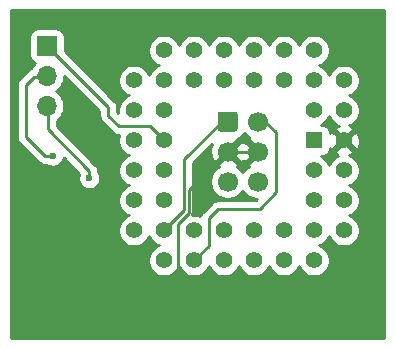
<source format=gbl>
%TF.GenerationSoftware,KiCad,Pcbnew,5.1.9+dfsg1-1+deb11u1*%
%TF.CreationDate,2022-12-07T12:34:55+01:00*%
%TF.ProjectId,A600MPU-Adapter,41363030-4d50-4552-9d41-646170746572,2.0*%
%TF.SameCoordinates,Original*%
%TF.FileFunction,Copper,L2,Bot*%
%TF.FilePolarity,Positive*%
%FSLAX46Y46*%
G04 Gerber Fmt 4.6, Leading zero omitted, Abs format (unit mm)*
G04 Created by KiCad (PCBNEW 5.1.9+dfsg1-1+deb11u1) date 2022-12-07 12:34:55*
%MOMM*%
%LPD*%
G01*
G04 APERTURE LIST*
%TA.AperFunction,ComponentPad*%
%ADD10O,1.700000X1.700000*%
%TD*%
%TA.AperFunction,ComponentPad*%
%ADD11R,1.700000X1.700000*%
%TD*%
%TA.AperFunction,ComponentPad*%
%ADD12C,1.700000*%
%TD*%
%TA.AperFunction,ComponentPad*%
%ADD13R,1.422400X1.422400*%
%TD*%
%TA.AperFunction,ComponentPad*%
%ADD14C,1.422400*%
%TD*%
%TA.AperFunction,ViaPad*%
%ADD15C,0.600000*%
%TD*%
%TA.AperFunction,Conductor*%
%ADD16C,0.250000*%
%TD*%
%TA.AperFunction,Conductor*%
%ADD17C,0.254000*%
%TD*%
%TA.AperFunction,Conductor*%
%ADD18C,0.100000*%
%TD*%
G04 APERTURE END LIST*
D10*
%TO.P,P2,3*%
%TO.N,~TRESET*%
X146000000Y-100280000D03*
%TO.P,P2,2*%
%TO.N,KBD_RESET*%
X146000000Y-97740000D03*
D11*
%TO.P,P2,1*%
%TO.N,~RST*%
X146000000Y-95200000D03*
%TD*%
D12*
%TO.P,P1,6*%
%TO.N,VCC*%
X163840000Y-106680000D03*
%TO.P,P1,4*%
%TO.N,GND*%
X163840000Y-104140000D03*
%TO.P,P1,2*%
%TO.N,KBD_DATA*%
X163840000Y-101600000D03*
%TO.P,P1,5*%
%TO.N,KBD_RESET*%
X161300000Y-106680000D03*
%TO.P,P1,3*%
%TO.N,GND*%
X161300000Y-104140000D03*
%TO.P,P1,1*%
%TO.N,KBD_CLOCK*%
%TA.AperFunction,ComponentPad*%
G36*
G01*
X160450000Y-102200000D02*
X160450000Y-101000000D01*
G75*
G02*
X160700000Y-100750000I250000J0D01*
G01*
X161900000Y-100750000D01*
G75*
G02*
X162150000Y-101000000I0J-250000D01*
G01*
X162150000Y-102200000D01*
G75*
G02*
X161900000Y-102450000I-250000J0D01*
G01*
X160700000Y-102450000D01*
G75*
G02*
X160450000Y-102200000I0J250000D01*
G01*
G37*
%TD.AperFunction*%
%TD*%
D13*
%TO.P,U1,1*%
%TO.N,N/C*%
X168600000Y-103200000D03*
D14*
%TO.P,U1,3*%
X168600000Y-105740000D03*
%TO.P,U1,5*%
X168600000Y-108280000D03*
%TO.P,U1,43*%
X168600000Y-100660000D03*
%TO.P,U1,41*%
X168600000Y-98120000D03*
%TO.P,U1,2*%
X171140000Y-105740000D03*
%TO.P,U1,4*%
X171140000Y-108280000D03*
%TO.P,U1,6*%
X171140000Y-110820000D03*
%TO.P,U1,44*%
%TO.N,GND*%
X171140000Y-103200000D03*
%TO.P,U1,42*%
%TO.N,N/C*%
X171140000Y-100660000D03*
%TO.P,U1,8*%
X168600000Y-110820000D03*
%TO.P,U1,10*%
X166060000Y-110820000D03*
%TO.P,U1,12*%
X163520000Y-110820000D03*
%TO.P,U1,14*%
%TO.N,VCC*%
X160980000Y-110820000D03*
%TO.P,U1,16*%
%TO.N,~TRESET*%
X158440000Y-110820000D03*
%TO.P,U1,7*%
%TO.N,N/C*%
X168600000Y-113360000D03*
%TO.P,U1,9*%
X166060000Y-113360000D03*
%TO.P,U1,11*%
X163520000Y-113360000D03*
%TO.P,U1,13*%
%TO.N,VCC*%
X160980000Y-113360000D03*
%TO.P,U1,15*%
%TO.N,KBD_DATA*%
X158440000Y-113360000D03*
%TO.P,U1,17*%
%TO.N,N/C*%
X155900000Y-113360000D03*
%TO.P,U1,19*%
%TO.N,KBD_CLOCK*%
X155900000Y-110820000D03*
%TO.P,U1,21*%
%TO.N,N/C*%
X155900000Y-108280000D03*
%TO.P,U1,23*%
X155900000Y-105740000D03*
%TO.P,U1,25*%
%TO.N,~RST*%
X155900000Y-103200000D03*
%TO.P,U1,27*%
%TO.N,N/C*%
X155900000Y-100660000D03*
%TO.P,U1,29*%
X155900000Y-95580000D03*
%TO.P,U1,18*%
X153360000Y-110820000D03*
%TO.P,U1,20*%
X153360000Y-108280000D03*
%TO.P,U1,22*%
X153360000Y-105740000D03*
%TO.P,U1,24*%
%TO.N,VCC*%
X153360000Y-103200000D03*
%TO.P,U1,26*%
%TO.N,N/C*%
X153360000Y-100660000D03*
%TO.P,U1,28*%
X153360000Y-98120000D03*
%TO.P,U1,30*%
X155900000Y-98120000D03*
%TO.P,U1,32*%
X158440000Y-98120000D03*
%TO.P,U1,34*%
X160980000Y-98120000D03*
%TO.P,U1,36*%
X163520000Y-98120000D03*
%TO.P,U1,38*%
X166060000Y-98120000D03*
%TO.P,U1,40*%
X171140000Y-98120000D03*
%TO.P,U1,31*%
X158440000Y-95580000D03*
%TO.P,U1,33*%
%TO.N,VCC*%
X160980000Y-95580000D03*
%TO.P,U1,35*%
%TO.N,N/C*%
X163520000Y-95580000D03*
%TO.P,U1,37*%
X166060000Y-95580000D03*
%TO.P,U1,39*%
X168600000Y-95580000D03*
%TD*%
D15*
%TO.N,GND*%
X157100000Y-115000000D03*
%TO.N,KBD_RESET*%
X146500000Y-104500000D03*
%TO.N,~TRESET*%
X149600000Y-106400000D03*
%TD*%
D16*
%TO.N,GND*%
X161290000Y-104140000D02*
X163830000Y-104140000D01*
X158050009Y-109306401D02*
X157100000Y-110256410D01*
X158050009Y-107379991D02*
X158050009Y-109306401D01*
X161290000Y-104140000D02*
X158050009Y-107379991D01*
X157100000Y-110256410D02*
X157100000Y-111153578D01*
X157100000Y-111153578D02*
X157100000Y-115000000D01*
%TO.N,~RST*%
X146050000Y-95250000D02*
X151200000Y-100400000D01*
X151200000Y-100400000D02*
X151200000Y-101100000D01*
X151200000Y-101100000D02*
X152100000Y-102000000D01*
X154700000Y-102000000D02*
X155900000Y-103200000D01*
X152100000Y-102000000D02*
X154700000Y-102000000D01*
%TO.N,KBD_CLOCK*%
X161290000Y-101600000D02*
X160800000Y-101600000D01*
X160800000Y-101600000D02*
X157600000Y-104800000D01*
X157600000Y-109120000D02*
X155900000Y-110820000D01*
X157600000Y-104800000D02*
X157600000Y-109120000D01*
%TO.N,KBD_DATA*%
X163830000Y-101600000D02*
X164500000Y-101600000D01*
X164500000Y-101600000D02*
X165400000Y-102500000D01*
X165400000Y-102500000D02*
X165400000Y-107600000D01*
X165400000Y-107600000D02*
X164000000Y-109000000D01*
X164000000Y-109000000D02*
X160500000Y-109000000D01*
X160500000Y-109000000D02*
X159700000Y-109800000D01*
X159700000Y-112100000D02*
X158440000Y-113360000D01*
X159700000Y-109800000D02*
X159700000Y-112100000D01*
%TO.N,KBD_RESET*%
X146500000Y-104500000D02*
X145800000Y-104500000D01*
X145800000Y-104500000D02*
X144200000Y-102900000D01*
X144200000Y-102900000D02*
X144200000Y-98500000D01*
X144910000Y-97790000D02*
X146050000Y-97790000D01*
X144200000Y-98500000D02*
X144910000Y-97790000D01*
%TO.N,~TRESET*%
X149600000Y-106400000D02*
X149600000Y-105800000D01*
X146050000Y-102250000D02*
X146050000Y-100330000D01*
X149600000Y-105800000D02*
X146050000Y-102250000D01*
%TD*%
D17*
%TO.N,GND*%
X174550001Y-119940000D02*
X142950000Y-119940000D01*
X142950000Y-98500000D01*
X143436324Y-98500000D01*
X143440001Y-98537332D01*
X143440000Y-102862677D01*
X143436324Y-102900000D01*
X143440000Y-102937322D01*
X143440000Y-102937332D01*
X143450997Y-103048985D01*
X143462854Y-103088072D01*
X143494454Y-103192246D01*
X143565026Y-103324276D01*
X143601602Y-103368843D01*
X143659999Y-103440001D01*
X143689003Y-103463804D01*
X145236201Y-105011003D01*
X145259999Y-105040001D01*
X145375724Y-105134974D01*
X145507753Y-105205546D01*
X145651014Y-105249003D01*
X145762667Y-105260000D01*
X145762675Y-105260000D01*
X145800000Y-105263676D01*
X145837325Y-105260000D01*
X145954465Y-105260000D01*
X146057111Y-105328586D01*
X146227271Y-105399068D01*
X146407911Y-105435000D01*
X146592089Y-105435000D01*
X146772729Y-105399068D01*
X146942889Y-105328586D01*
X147096028Y-105226262D01*
X147226262Y-105096028D01*
X147328586Y-104942889D01*
X147399068Y-104772729D01*
X147415470Y-104690272D01*
X148745316Y-106020118D01*
X148700932Y-106127271D01*
X148665000Y-106307911D01*
X148665000Y-106492089D01*
X148700932Y-106672729D01*
X148771414Y-106842889D01*
X148873738Y-106996028D01*
X149003972Y-107126262D01*
X149157111Y-107228586D01*
X149327271Y-107299068D01*
X149507911Y-107335000D01*
X149692089Y-107335000D01*
X149872729Y-107299068D01*
X150042889Y-107228586D01*
X150196028Y-107126262D01*
X150326262Y-106996028D01*
X150428586Y-106842889D01*
X150499068Y-106672729D01*
X150535000Y-106492089D01*
X150535000Y-106307911D01*
X150499068Y-106127271D01*
X150428586Y-105957111D01*
X150360000Y-105854465D01*
X150360000Y-105837322D01*
X150363676Y-105799999D01*
X150360000Y-105762676D01*
X150360000Y-105762667D01*
X150349003Y-105651014D01*
X150305546Y-105507753D01*
X150266658Y-105435000D01*
X150234974Y-105375723D01*
X150163799Y-105288997D01*
X150140001Y-105259999D01*
X150111003Y-105236201D01*
X146810000Y-101935199D01*
X146810000Y-101524770D01*
X146946632Y-101433475D01*
X147153475Y-101226632D01*
X147315990Y-100983411D01*
X147427932Y-100713158D01*
X147485000Y-100426260D01*
X147485000Y-100133740D01*
X147427932Y-99846842D01*
X147315990Y-99576589D01*
X147153475Y-99333368D01*
X146946632Y-99126525D01*
X146772240Y-99010000D01*
X146946632Y-98893475D01*
X147153475Y-98686632D01*
X147315990Y-98443411D01*
X147427932Y-98173158D01*
X147485000Y-97886260D01*
X147485000Y-97759801D01*
X150440000Y-100714802D01*
X150440000Y-101062678D01*
X150436324Y-101100000D01*
X150440000Y-101137322D01*
X150440000Y-101137333D01*
X150450997Y-101248986D01*
X150479317Y-101342345D01*
X150494454Y-101392246D01*
X150565026Y-101524276D01*
X150607248Y-101575723D01*
X150660000Y-101640001D01*
X150688998Y-101663799D01*
X151536200Y-102511002D01*
X151559999Y-102540001D01*
X151675724Y-102634974D01*
X151807753Y-102705546D01*
X151951014Y-102749003D01*
X152062667Y-102760000D01*
X152062676Y-102760000D01*
X152084257Y-102762125D01*
X152065533Y-102807328D01*
X152013800Y-103067411D01*
X152013800Y-103332589D01*
X152065533Y-103592672D01*
X152167013Y-103837665D01*
X152314338Y-104058153D01*
X152501847Y-104245662D01*
X152722335Y-104392987D01*
X152908260Y-104470000D01*
X152722335Y-104547013D01*
X152501847Y-104694338D01*
X152314338Y-104881847D01*
X152167013Y-105102335D01*
X152065533Y-105347328D01*
X152013800Y-105607411D01*
X152013800Y-105872589D01*
X152065533Y-106132672D01*
X152167013Y-106377665D01*
X152314338Y-106598153D01*
X152501847Y-106785662D01*
X152722335Y-106932987D01*
X152908260Y-107010000D01*
X152722335Y-107087013D01*
X152501847Y-107234338D01*
X152314338Y-107421847D01*
X152167013Y-107642335D01*
X152065533Y-107887328D01*
X152013800Y-108147411D01*
X152013800Y-108412589D01*
X152065533Y-108672672D01*
X152167013Y-108917665D01*
X152314338Y-109138153D01*
X152501847Y-109325662D01*
X152722335Y-109472987D01*
X152908260Y-109550000D01*
X152722335Y-109627013D01*
X152501847Y-109774338D01*
X152314338Y-109961847D01*
X152167013Y-110182335D01*
X152065533Y-110427328D01*
X152013800Y-110687411D01*
X152013800Y-110952589D01*
X152065533Y-111212672D01*
X152167013Y-111457665D01*
X152314338Y-111678153D01*
X152501847Y-111865662D01*
X152722335Y-112012987D01*
X152967328Y-112114467D01*
X153227411Y-112166200D01*
X153492589Y-112166200D01*
X153752672Y-112114467D01*
X153997665Y-112012987D01*
X154218153Y-111865662D01*
X154405662Y-111678153D01*
X154552987Y-111457665D01*
X154630000Y-111271740D01*
X154707013Y-111457665D01*
X154854338Y-111678153D01*
X155041847Y-111865662D01*
X155262335Y-112012987D01*
X155448260Y-112090000D01*
X155262335Y-112167013D01*
X155041847Y-112314338D01*
X154854338Y-112501847D01*
X154707013Y-112722335D01*
X154605533Y-112967328D01*
X154553800Y-113227411D01*
X154553800Y-113492589D01*
X154605533Y-113752672D01*
X154707013Y-113997665D01*
X154854338Y-114218153D01*
X155041847Y-114405662D01*
X155262335Y-114552987D01*
X155507328Y-114654467D01*
X155767411Y-114706200D01*
X156032589Y-114706200D01*
X156292672Y-114654467D01*
X156537665Y-114552987D01*
X156758153Y-114405662D01*
X156945662Y-114218153D01*
X157092987Y-113997665D01*
X157170000Y-113811740D01*
X157247013Y-113997665D01*
X157394338Y-114218153D01*
X157581847Y-114405662D01*
X157802335Y-114552987D01*
X158047328Y-114654467D01*
X158307411Y-114706200D01*
X158572589Y-114706200D01*
X158832672Y-114654467D01*
X159077665Y-114552987D01*
X159298153Y-114405662D01*
X159485662Y-114218153D01*
X159632987Y-113997665D01*
X159710000Y-113811740D01*
X159787013Y-113997665D01*
X159934338Y-114218153D01*
X160121847Y-114405662D01*
X160342335Y-114552987D01*
X160587328Y-114654467D01*
X160847411Y-114706200D01*
X161112589Y-114706200D01*
X161372672Y-114654467D01*
X161617665Y-114552987D01*
X161838153Y-114405662D01*
X162025662Y-114218153D01*
X162172987Y-113997665D01*
X162250000Y-113811740D01*
X162327013Y-113997665D01*
X162474338Y-114218153D01*
X162661847Y-114405662D01*
X162882335Y-114552987D01*
X163127328Y-114654467D01*
X163387411Y-114706200D01*
X163652589Y-114706200D01*
X163912672Y-114654467D01*
X164157665Y-114552987D01*
X164378153Y-114405662D01*
X164565662Y-114218153D01*
X164712987Y-113997665D01*
X164790000Y-113811740D01*
X164867013Y-113997665D01*
X165014338Y-114218153D01*
X165201847Y-114405662D01*
X165422335Y-114552987D01*
X165667328Y-114654467D01*
X165927411Y-114706200D01*
X166192589Y-114706200D01*
X166452672Y-114654467D01*
X166697665Y-114552987D01*
X166918153Y-114405662D01*
X167105662Y-114218153D01*
X167252987Y-113997665D01*
X167330000Y-113811740D01*
X167407013Y-113997665D01*
X167554338Y-114218153D01*
X167741847Y-114405662D01*
X167962335Y-114552987D01*
X168207328Y-114654467D01*
X168467411Y-114706200D01*
X168732589Y-114706200D01*
X168992672Y-114654467D01*
X169237665Y-114552987D01*
X169458153Y-114405662D01*
X169645662Y-114218153D01*
X169792987Y-113997665D01*
X169894467Y-113752672D01*
X169946200Y-113492589D01*
X169946200Y-113227411D01*
X169894467Y-112967328D01*
X169792987Y-112722335D01*
X169645662Y-112501847D01*
X169458153Y-112314338D01*
X169237665Y-112167013D01*
X169051740Y-112090000D01*
X169237665Y-112012987D01*
X169458153Y-111865662D01*
X169645662Y-111678153D01*
X169792987Y-111457665D01*
X169870000Y-111271740D01*
X169947013Y-111457665D01*
X170094338Y-111678153D01*
X170281847Y-111865662D01*
X170502335Y-112012987D01*
X170747328Y-112114467D01*
X171007411Y-112166200D01*
X171272589Y-112166200D01*
X171532672Y-112114467D01*
X171777665Y-112012987D01*
X171998153Y-111865662D01*
X172185662Y-111678153D01*
X172332987Y-111457665D01*
X172434467Y-111212672D01*
X172486200Y-110952589D01*
X172486200Y-110687411D01*
X172434467Y-110427328D01*
X172332987Y-110182335D01*
X172185662Y-109961847D01*
X171998153Y-109774338D01*
X171777665Y-109627013D01*
X171591740Y-109550000D01*
X171777665Y-109472987D01*
X171998153Y-109325662D01*
X172185662Y-109138153D01*
X172332987Y-108917665D01*
X172434467Y-108672672D01*
X172486200Y-108412589D01*
X172486200Y-108147411D01*
X172434467Y-107887328D01*
X172332987Y-107642335D01*
X172185662Y-107421847D01*
X171998153Y-107234338D01*
X171777665Y-107087013D01*
X171591740Y-107010000D01*
X171777665Y-106932987D01*
X171998153Y-106785662D01*
X172185662Y-106598153D01*
X172332987Y-106377665D01*
X172434467Y-106132672D01*
X172486200Y-105872589D01*
X172486200Y-105607411D01*
X172434467Y-105347328D01*
X172332987Y-105102335D01*
X172185662Y-104881847D01*
X171998153Y-104694338D01*
X171777665Y-104547013D01*
X171589400Y-104469031D01*
X171725280Y-104419542D01*
X171828848Y-104364183D01*
X171889668Y-104129273D01*
X171140000Y-103379605D01*
X170390332Y-104129273D01*
X170451152Y-104364183D01*
X170682934Y-104472206D01*
X170502335Y-104547013D01*
X170281847Y-104694338D01*
X170094338Y-104881847D01*
X169947013Y-105102335D01*
X169870000Y-105288260D01*
X169792987Y-105102335D01*
X169645662Y-104881847D01*
X169458153Y-104694338D01*
X169241046Y-104549272D01*
X169311200Y-104549272D01*
X169435682Y-104537012D01*
X169555380Y-104500702D01*
X169665694Y-104441737D01*
X169762385Y-104362385D01*
X169841737Y-104265694D01*
X169900702Y-104155380D01*
X169937012Y-104035682D01*
X169949272Y-103911200D01*
X169949272Y-103839186D01*
X169975817Y-103888848D01*
X170210727Y-103949668D01*
X170960395Y-103200000D01*
X171319605Y-103200000D01*
X172069273Y-103949668D01*
X172304183Y-103888848D01*
X172416202Y-103648491D01*
X172479176Y-103390898D01*
X172490687Y-103125970D01*
X172450291Y-102863887D01*
X172359542Y-102614720D01*
X172304183Y-102511152D01*
X172069273Y-102450332D01*
X171319605Y-103200000D01*
X170960395Y-103200000D01*
X170210727Y-102450332D01*
X169975817Y-102511152D01*
X169949272Y-102568109D01*
X169949272Y-102488800D01*
X169937012Y-102364318D01*
X169900702Y-102244620D01*
X169841737Y-102134306D01*
X169762385Y-102037615D01*
X169665694Y-101958263D01*
X169555380Y-101899298D01*
X169435682Y-101862988D01*
X169311200Y-101850728D01*
X169241046Y-101850728D01*
X169458153Y-101705662D01*
X169645662Y-101518153D01*
X169792987Y-101297665D01*
X169870000Y-101111740D01*
X169947013Y-101297665D01*
X170094338Y-101518153D01*
X170281847Y-101705662D01*
X170502335Y-101852987D01*
X170690600Y-101930969D01*
X170554720Y-101980458D01*
X170451152Y-102035817D01*
X170390332Y-102270727D01*
X171140000Y-103020395D01*
X171889668Y-102270727D01*
X171828848Y-102035817D01*
X171597066Y-101927794D01*
X171777665Y-101852987D01*
X171998153Y-101705662D01*
X172185662Y-101518153D01*
X172332987Y-101297665D01*
X172434467Y-101052672D01*
X172486200Y-100792589D01*
X172486200Y-100527411D01*
X172434467Y-100267328D01*
X172332987Y-100022335D01*
X172185662Y-99801847D01*
X171998153Y-99614338D01*
X171777665Y-99467013D01*
X171591740Y-99390000D01*
X171777665Y-99312987D01*
X171998153Y-99165662D01*
X172185662Y-98978153D01*
X172332987Y-98757665D01*
X172434467Y-98512672D01*
X172486200Y-98252589D01*
X172486200Y-97987411D01*
X172434467Y-97727328D01*
X172332987Y-97482335D01*
X172185662Y-97261847D01*
X171998153Y-97074338D01*
X171777665Y-96927013D01*
X171532672Y-96825533D01*
X171272589Y-96773800D01*
X171007411Y-96773800D01*
X170747328Y-96825533D01*
X170502335Y-96927013D01*
X170281847Y-97074338D01*
X170094338Y-97261847D01*
X169947013Y-97482335D01*
X169870000Y-97668260D01*
X169792987Y-97482335D01*
X169645662Y-97261847D01*
X169458153Y-97074338D01*
X169237665Y-96927013D01*
X169051740Y-96850000D01*
X169237665Y-96772987D01*
X169458153Y-96625662D01*
X169645662Y-96438153D01*
X169792987Y-96217665D01*
X169894467Y-95972672D01*
X169946200Y-95712589D01*
X169946200Y-95447411D01*
X169894467Y-95187328D01*
X169792987Y-94942335D01*
X169645662Y-94721847D01*
X169458153Y-94534338D01*
X169237665Y-94387013D01*
X168992672Y-94285533D01*
X168732589Y-94233800D01*
X168467411Y-94233800D01*
X168207328Y-94285533D01*
X167962335Y-94387013D01*
X167741847Y-94534338D01*
X167554338Y-94721847D01*
X167407013Y-94942335D01*
X167330000Y-95128260D01*
X167252987Y-94942335D01*
X167105662Y-94721847D01*
X166918153Y-94534338D01*
X166697665Y-94387013D01*
X166452672Y-94285533D01*
X166192589Y-94233800D01*
X165927411Y-94233800D01*
X165667328Y-94285533D01*
X165422335Y-94387013D01*
X165201847Y-94534338D01*
X165014338Y-94721847D01*
X164867013Y-94942335D01*
X164790000Y-95128260D01*
X164712987Y-94942335D01*
X164565662Y-94721847D01*
X164378153Y-94534338D01*
X164157665Y-94387013D01*
X163912672Y-94285533D01*
X163652589Y-94233800D01*
X163387411Y-94233800D01*
X163127328Y-94285533D01*
X162882335Y-94387013D01*
X162661847Y-94534338D01*
X162474338Y-94721847D01*
X162327013Y-94942335D01*
X162250000Y-95128260D01*
X162172987Y-94942335D01*
X162025662Y-94721847D01*
X161838153Y-94534338D01*
X161617665Y-94387013D01*
X161372672Y-94285533D01*
X161112589Y-94233800D01*
X160847411Y-94233800D01*
X160587328Y-94285533D01*
X160342335Y-94387013D01*
X160121847Y-94534338D01*
X159934338Y-94721847D01*
X159787013Y-94942335D01*
X159710000Y-95128260D01*
X159632987Y-94942335D01*
X159485662Y-94721847D01*
X159298153Y-94534338D01*
X159077665Y-94387013D01*
X158832672Y-94285533D01*
X158572589Y-94233800D01*
X158307411Y-94233800D01*
X158047328Y-94285533D01*
X157802335Y-94387013D01*
X157581847Y-94534338D01*
X157394338Y-94721847D01*
X157247013Y-94942335D01*
X157170000Y-95128260D01*
X157092987Y-94942335D01*
X156945662Y-94721847D01*
X156758153Y-94534338D01*
X156537665Y-94387013D01*
X156292672Y-94285533D01*
X156032589Y-94233800D01*
X155767411Y-94233800D01*
X155507328Y-94285533D01*
X155262335Y-94387013D01*
X155041847Y-94534338D01*
X154854338Y-94721847D01*
X154707013Y-94942335D01*
X154605533Y-95187328D01*
X154553800Y-95447411D01*
X154553800Y-95712589D01*
X154605533Y-95972672D01*
X154707013Y-96217665D01*
X154854338Y-96438153D01*
X155041847Y-96625662D01*
X155262335Y-96772987D01*
X155448260Y-96850000D01*
X155262335Y-96927013D01*
X155041847Y-97074338D01*
X154854338Y-97261847D01*
X154707013Y-97482335D01*
X154630000Y-97668260D01*
X154552987Y-97482335D01*
X154405662Y-97261847D01*
X154218153Y-97074338D01*
X153997665Y-96927013D01*
X153752672Y-96825533D01*
X153492589Y-96773800D01*
X153227411Y-96773800D01*
X152967328Y-96825533D01*
X152722335Y-96927013D01*
X152501847Y-97074338D01*
X152314338Y-97261847D01*
X152167013Y-97482335D01*
X152065533Y-97727328D01*
X152013800Y-97987411D01*
X152013800Y-98252589D01*
X152065533Y-98512672D01*
X152167013Y-98757665D01*
X152314338Y-98978153D01*
X152501847Y-99165662D01*
X152722335Y-99312987D01*
X152908260Y-99390000D01*
X152722335Y-99467013D01*
X152501847Y-99614338D01*
X152314338Y-99801847D01*
X152167013Y-100022335D01*
X152065533Y-100267328D01*
X152013800Y-100527411D01*
X152013800Y-100792589D01*
X152025323Y-100850522D01*
X151960000Y-100785199D01*
X151960000Y-100437323D01*
X151963676Y-100400000D01*
X151960000Y-100362677D01*
X151960000Y-100362667D01*
X151949003Y-100251014D01*
X151905546Y-100107753D01*
X151834974Y-99975724D01*
X151740001Y-99859999D01*
X151711004Y-99836202D01*
X147488072Y-95613271D01*
X147488072Y-94350000D01*
X147475812Y-94225518D01*
X147439502Y-94105820D01*
X147380537Y-93995506D01*
X147301185Y-93898815D01*
X147204494Y-93819463D01*
X147094180Y-93760498D01*
X146974482Y-93724188D01*
X146850000Y-93711928D01*
X145150000Y-93711928D01*
X145025518Y-93724188D01*
X144905820Y-93760498D01*
X144795506Y-93819463D01*
X144698815Y-93898815D01*
X144619463Y-93995506D01*
X144560498Y-94105820D01*
X144524188Y-94225518D01*
X144511928Y-94350000D01*
X144511928Y-96050000D01*
X144524188Y-96174482D01*
X144560498Y-96294180D01*
X144619463Y-96404494D01*
X144698815Y-96501185D01*
X144795506Y-96580537D01*
X144905820Y-96639502D01*
X144978380Y-96661513D01*
X144846525Y-96793368D01*
X144684010Y-97036589D01*
X144670856Y-97068346D01*
X144617753Y-97084454D01*
X144485724Y-97155026D01*
X144369999Y-97249999D01*
X144346201Y-97278998D01*
X143688998Y-97936201D01*
X143660000Y-97959999D01*
X143636202Y-97988997D01*
X143636201Y-97988998D01*
X143565026Y-98075724D01*
X143494454Y-98207754D01*
X143492476Y-98214276D01*
X143450998Y-98351014D01*
X143441898Y-98443411D01*
X143436324Y-98500000D01*
X142950000Y-98500000D01*
X142950000Y-92150000D01*
X174550000Y-92150000D01*
X174550001Y-119940000D01*
%TA.AperFunction,Conductor*%
D18*
G36*
X174550001Y-119940000D02*
G01*
X142950000Y-119940000D01*
X142950000Y-98500000D01*
X143436324Y-98500000D01*
X143440001Y-98537332D01*
X143440000Y-102862677D01*
X143436324Y-102900000D01*
X143440000Y-102937322D01*
X143440000Y-102937332D01*
X143450997Y-103048985D01*
X143462854Y-103088072D01*
X143494454Y-103192246D01*
X143565026Y-103324276D01*
X143601602Y-103368843D01*
X143659999Y-103440001D01*
X143689003Y-103463804D01*
X145236201Y-105011003D01*
X145259999Y-105040001D01*
X145375724Y-105134974D01*
X145507753Y-105205546D01*
X145651014Y-105249003D01*
X145762667Y-105260000D01*
X145762675Y-105260000D01*
X145800000Y-105263676D01*
X145837325Y-105260000D01*
X145954465Y-105260000D01*
X146057111Y-105328586D01*
X146227271Y-105399068D01*
X146407911Y-105435000D01*
X146592089Y-105435000D01*
X146772729Y-105399068D01*
X146942889Y-105328586D01*
X147096028Y-105226262D01*
X147226262Y-105096028D01*
X147328586Y-104942889D01*
X147399068Y-104772729D01*
X147415470Y-104690272D01*
X148745316Y-106020118D01*
X148700932Y-106127271D01*
X148665000Y-106307911D01*
X148665000Y-106492089D01*
X148700932Y-106672729D01*
X148771414Y-106842889D01*
X148873738Y-106996028D01*
X149003972Y-107126262D01*
X149157111Y-107228586D01*
X149327271Y-107299068D01*
X149507911Y-107335000D01*
X149692089Y-107335000D01*
X149872729Y-107299068D01*
X150042889Y-107228586D01*
X150196028Y-107126262D01*
X150326262Y-106996028D01*
X150428586Y-106842889D01*
X150499068Y-106672729D01*
X150535000Y-106492089D01*
X150535000Y-106307911D01*
X150499068Y-106127271D01*
X150428586Y-105957111D01*
X150360000Y-105854465D01*
X150360000Y-105837322D01*
X150363676Y-105799999D01*
X150360000Y-105762676D01*
X150360000Y-105762667D01*
X150349003Y-105651014D01*
X150305546Y-105507753D01*
X150266658Y-105435000D01*
X150234974Y-105375723D01*
X150163799Y-105288997D01*
X150140001Y-105259999D01*
X150111003Y-105236201D01*
X146810000Y-101935199D01*
X146810000Y-101524770D01*
X146946632Y-101433475D01*
X147153475Y-101226632D01*
X147315990Y-100983411D01*
X147427932Y-100713158D01*
X147485000Y-100426260D01*
X147485000Y-100133740D01*
X147427932Y-99846842D01*
X147315990Y-99576589D01*
X147153475Y-99333368D01*
X146946632Y-99126525D01*
X146772240Y-99010000D01*
X146946632Y-98893475D01*
X147153475Y-98686632D01*
X147315990Y-98443411D01*
X147427932Y-98173158D01*
X147485000Y-97886260D01*
X147485000Y-97759801D01*
X150440000Y-100714802D01*
X150440000Y-101062678D01*
X150436324Y-101100000D01*
X150440000Y-101137322D01*
X150440000Y-101137333D01*
X150450997Y-101248986D01*
X150479317Y-101342345D01*
X150494454Y-101392246D01*
X150565026Y-101524276D01*
X150607248Y-101575723D01*
X150660000Y-101640001D01*
X150688998Y-101663799D01*
X151536200Y-102511002D01*
X151559999Y-102540001D01*
X151675724Y-102634974D01*
X151807753Y-102705546D01*
X151951014Y-102749003D01*
X152062667Y-102760000D01*
X152062676Y-102760000D01*
X152084257Y-102762125D01*
X152065533Y-102807328D01*
X152013800Y-103067411D01*
X152013800Y-103332589D01*
X152065533Y-103592672D01*
X152167013Y-103837665D01*
X152314338Y-104058153D01*
X152501847Y-104245662D01*
X152722335Y-104392987D01*
X152908260Y-104470000D01*
X152722335Y-104547013D01*
X152501847Y-104694338D01*
X152314338Y-104881847D01*
X152167013Y-105102335D01*
X152065533Y-105347328D01*
X152013800Y-105607411D01*
X152013800Y-105872589D01*
X152065533Y-106132672D01*
X152167013Y-106377665D01*
X152314338Y-106598153D01*
X152501847Y-106785662D01*
X152722335Y-106932987D01*
X152908260Y-107010000D01*
X152722335Y-107087013D01*
X152501847Y-107234338D01*
X152314338Y-107421847D01*
X152167013Y-107642335D01*
X152065533Y-107887328D01*
X152013800Y-108147411D01*
X152013800Y-108412589D01*
X152065533Y-108672672D01*
X152167013Y-108917665D01*
X152314338Y-109138153D01*
X152501847Y-109325662D01*
X152722335Y-109472987D01*
X152908260Y-109550000D01*
X152722335Y-109627013D01*
X152501847Y-109774338D01*
X152314338Y-109961847D01*
X152167013Y-110182335D01*
X152065533Y-110427328D01*
X152013800Y-110687411D01*
X152013800Y-110952589D01*
X152065533Y-111212672D01*
X152167013Y-111457665D01*
X152314338Y-111678153D01*
X152501847Y-111865662D01*
X152722335Y-112012987D01*
X152967328Y-112114467D01*
X153227411Y-112166200D01*
X153492589Y-112166200D01*
X153752672Y-112114467D01*
X153997665Y-112012987D01*
X154218153Y-111865662D01*
X154405662Y-111678153D01*
X154552987Y-111457665D01*
X154630000Y-111271740D01*
X154707013Y-111457665D01*
X154854338Y-111678153D01*
X155041847Y-111865662D01*
X155262335Y-112012987D01*
X155448260Y-112090000D01*
X155262335Y-112167013D01*
X155041847Y-112314338D01*
X154854338Y-112501847D01*
X154707013Y-112722335D01*
X154605533Y-112967328D01*
X154553800Y-113227411D01*
X154553800Y-113492589D01*
X154605533Y-113752672D01*
X154707013Y-113997665D01*
X154854338Y-114218153D01*
X155041847Y-114405662D01*
X155262335Y-114552987D01*
X155507328Y-114654467D01*
X155767411Y-114706200D01*
X156032589Y-114706200D01*
X156292672Y-114654467D01*
X156537665Y-114552987D01*
X156758153Y-114405662D01*
X156945662Y-114218153D01*
X157092987Y-113997665D01*
X157170000Y-113811740D01*
X157247013Y-113997665D01*
X157394338Y-114218153D01*
X157581847Y-114405662D01*
X157802335Y-114552987D01*
X158047328Y-114654467D01*
X158307411Y-114706200D01*
X158572589Y-114706200D01*
X158832672Y-114654467D01*
X159077665Y-114552987D01*
X159298153Y-114405662D01*
X159485662Y-114218153D01*
X159632987Y-113997665D01*
X159710000Y-113811740D01*
X159787013Y-113997665D01*
X159934338Y-114218153D01*
X160121847Y-114405662D01*
X160342335Y-114552987D01*
X160587328Y-114654467D01*
X160847411Y-114706200D01*
X161112589Y-114706200D01*
X161372672Y-114654467D01*
X161617665Y-114552987D01*
X161838153Y-114405662D01*
X162025662Y-114218153D01*
X162172987Y-113997665D01*
X162250000Y-113811740D01*
X162327013Y-113997665D01*
X162474338Y-114218153D01*
X162661847Y-114405662D01*
X162882335Y-114552987D01*
X163127328Y-114654467D01*
X163387411Y-114706200D01*
X163652589Y-114706200D01*
X163912672Y-114654467D01*
X164157665Y-114552987D01*
X164378153Y-114405662D01*
X164565662Y-114218153D01*
X164712987Y-113997665D01*
X164790000Y-113811740D01*
X164867013Y-113997665D01*
X165014338Y-114218153D01*
X165201847Y-114405662D01*
X165422335Y-114552987D01*
X165667328Y-114654467D01*
X165927411Y-114706200D01*
X166192589Y-114706200D01*
X166452672Y-114654467D01*
X166697665Y-114552987D01*
X166918153Y-114405662D01*
X167105662Y-114218153D01*
X167252987Y-113997665D01*
X167330000Y-113811740D01*
X167407013Y-113997665D01*
X167554338Y-114218153D01*
X167741847Y-114405662D01*
X167962335Y-114552987D01*
X168207328Y-114654467D01*
X168467411Y-114706200D01*
X168732589Y-114706200D01*
X168992672Y-114654467D01*
X169237665Y-114552987D01*
X169458153Y-114405662D01*
X169645662Y-114218153D01*
X169792987Y-113997665D01*
X169894467Y-113752672D01*
X169946200Y-113492589D01*
X169946200Y-113227411D01*
X169894467Y-112967328D01*
X169792987Y-112722335D01*
X169645662Y-112501847D01*
X169458153Y-112314338D01*
X169237665Y-112167013D01*
X169051740Y-112090000D01*
X169237665Y-112012987D01*
X169458153Y-111865662D01*
X169645662Y-111678153D01*
X169792987Y-111457665D01*
X169870000Y-111271740D01*
X169947013Y-111457665D01*
X170094338Y-111678153D01*
X170281847Y-111865662D01*
X170502335Y-112012987D01*
X170747328Y-112114467D01*
X171007411Y-112166200D01*
X171272589Y-112166200D01*
X171532672Y-112114467D01*
X171777665Y-112012987D01*
X171998153Y-111865662D01*
X172185662Y-111678153D01*
X172332987Y-111457665D01*
X172434467Y-111212672D01*
X172486200Y-110952589D01*
X172486200Y-110687411D01*
X172434467Y-110427328D01*
X172332987Y-110182335D01*
X172185662Y-109961847D01*
X171998153Y-109774338D01*
X171777665Y-109627013D01*
X171591740Y-109550000D01*
X171777665Y-109472987D01*
X171998153Y-109325662D01*
X172185662Y-109138153D01*
X172332987Y-108917665D01*
X172434467Y-108672672D01*
X172486200Y-108412589D01*
X172486200Y-108147411D01*
X172434467Y-107887328D01*
X172332987Y-107642335D01*
X172185662Y-107421847D01*
X171998153Y-107234338D01*
X171777665Y-107087013D01*
X171591740Y-107010000D01*
X171777665Y-106932987D01*
X171998153Y-106785662D01*
X172185662Y-106598153D01*
X172332987Y-106377665D01*
X172434467Y-106132672D01*
X172486200Y-105872589D01*
X172486200Y-105607411D01*
X172434467Y-105347328D01*
X172332987Y-105102335D01*
X172185662Y-104881847D01*
X171998153Y-104694338D01*
X171777665Y-104547013D01*
X171589400Y-104469031D01*
X171725280Y-104419542D01*
X171828848Y-104364183D01*
X171889668Y-104129273D01*
X171140000Y-103379605D01*
X170390332Y-104129273D01*
X170451152Y-104364183D01*
X170682934Y-104472206D01*
X170502335Y-104547013D01*
X170281847Y-104694338D01*
X170094338Y-104881847D01*
X169947013Y-105102335D01*
X169870000Y-105288260D01*
X169792987Y-105102335D01*
X169645662Y-104881847D01*
X169458153Y-104694338D01*
X169241046Y-104549272D01*
X169311200Y-104549272D01*
X169435682Y-104537012D01*
X169555380Y-104500702D01*
X169665694Y-104441737D01*
X169762385Y-104362385D01*
X169841737Y-104265694D01*
X169900702Y-104155380D01*
X169937012Y-104035682D01*
X169949272Y-103911200D01*
X169949272Y-103839186D01*
X169975817Y-103888848D01*
X170210727Y-103949668D01*
X170960395Y-103200000D01*
X171319605Y-103200000D01*
X172069273Y-103949668D01*
X172304183Y-103888848D01*
X172416202Y-103648491D01*
X172479176Y-103390898D01*
X172490687Y-103125970D01*
X172450291Y-102863887D01*
X172359542Y-102614720D01*
X172304183Y-102511152D01*
X172069273Y-102450332D01*
X171319605Y-103200000D01*
X170960395Y-103200000D01*
X170210727Y-102450332D01*
X169975817Y-102511152D01*
X169949272Y-102568109D01*
X169949272Y-102488800D01*
X169937012Y-102364318D01*
X169900702Y-102244620D01*
X169841737Y-102134306D01*
X169762385Y-102037615D01*
X169665694Y-101958263D01*
X169555380Y-101899298D01*
X169435682Y-101862988D01*
X169311200Y-101850728D01*
X169241046Y-101850728D01*
X169458153Y-101705662D01*
X169645662Y-101518153D01*
X169792987Y-101297665D01*
X169870000Y-101111740D01*
X169947013Y-101297665D01*
X170094338Y-101518153D01*
X170281847Y-101705662D01*
X170502335Y-101852987D01*
X170690600Y-101930969D01*
X170554720Y-101980458D01*
X170451152Y-102035817D01*
X170390332Y-102270727D01*
X171140000Y-103020395D01*
X171889668Y-102270727D01*
X171828848Y-102035817D01*
X171597066Y-101927794D01*
X171777665Y-101852987D01*
X171998153Y-101705662D01*
X172185662Y-101518153D01*
X172332987Y-101297665D01*
X172434467Y-101052672D01*
X172486200Y-100792589D01*
X172486200Y-100527411D01*
X172434467Y-100267328D01*
X172332987Y-100022335D01*
X172185662Y-99801847D01*
X171998153Y-99614338D01*
X171777665Y-99467013D01*
X171591740Y-99390000D01*
X171777665Y-99312987D01*
X171998153Y-99165662D01*
X172185662Y-98978153D01*
X172332987Y-98757665D01*
X172434467Y-98512672D01*
X172486200Y-98252589D01*
X172486200Y-97987411D01*
X172434467Y-97727328D01*
X172332987Y-97482335D01*
X172185662Y-97261847D01*
X171998153Y-97074338D01*
X171777665Y-96927013D01*
X171532672Y-96825533D01*
X171272589Y-96773800D01*
X171007411Y-96773800D01*
X170747328Y-96825533D01*
X170502335Y-96927013D01*
X170281847Y-97074338D01*
X170094338Y-97261847D01*
X169947013Y-97482335D01*
X169870000Y-97668260D01*
X169792987Y-97482335D01*
X169645662Y-97261847D01*
X169458153Y-97074338D01*
X169237665Y-96927013D01*
X169051740Y-96850000D01*
X169237665Y-96772987D01*
X169458153Y-96625662D01*
X169645662Y-96438153D01*
X169792987Y-96217665D01*
X169894467Y-95972672D01*
X169946200Y-95712589D01*
X169946200Y-95447411D01*
X169894467Y-95187328D01*
X169792987Y-94942335D01*
X169645662Y-94721847D01*
X169458153Y-94534338D01*
X169237665Y-94387013D01*
X168992672Y-94285533D01*
X168732589Y-94233800D01*
X168467411Y-94233800D01*
X168207328Y-94285533D01*
X167962335Y-94387013D01*
X167741847Y-94534338D01*
X167554338Y-94721847D01*
X167407013Y-94942335D01*
X167330000Y-95128260D01*
X167252987Y-94942335D01*
X167105662Y-94721847D01*
X166918153Y-94534338D01*
X166697665Y-94387013D01*
X166452672Y-94285533D01*
X166192589Y-94233800D01*
X165927411Y-94233800D01*
X165667328Y-94285533D01*
X165422335Y-94387013D01*
X165201847Y-94534338D01*
X165014338Y-94721847D01*
X164867013Y-94942335D01*
X164790000Y-95128260D01*
X164712987Y-94942335D01*
X164565662Y-94721847D01*
X164378153Y-94534338D01*
X164157665Y-94387013D01*
X163912672Y-94285533D01*
X163652589Y-94233800D01*
X163387411Y-94233800D01*
X163127328Y-94285533D01*
X162882335Y-94387013D01*
X162661847Y-94534338D01*
X162474338Y-94721847D01*
X162327013Y-94942335D01*
X162250000Y-95128260D01*
X162172987Y-94942335D01*
X162025662Y-94721847D01*
X161838153Y-94534338D01*
X161617665Y-94387013D01*
X161372672Y-94285533D01*
X161112589Y-94233800D01*
X160847411Y-94233800D01*
X160587328Y-94285533D01*
X160342335Y-94387013D01*
X160121847Y-94534338D01*
X159934338Y-94721847D01*
X159787013Y-94942335D01*
X159710000Y-95128260D01*
X159632987Y-94942335D01*
X159485662Y-94721847D01*
X159298153Y-94534338D01*
X159077665Y-94387013D01*
X158832672Y-94285533D01*
X158572589Y-94233800D01*
X158307411Y-94233800D01*
X158047328Y-94285533D01*
X157802335Y-94387013D01*
X157581847Y-94534338D01*
X157394338Y-94721847D01*
X157247013Y-94942335D01*
X157170000Y-95128260D01*
X157092987Y-94942335D01*
X156945662Y-94721847D01*
X156758153Y-94534338D01*
X156537665Y-94387013D01*
X156292672Y-94285533D01*
X156032589Y-94233800D01*
X155767411Y-94233800D01*
X155507328Y-94285533D01*
X155262335Y-94387013D01*
X155041847Y-94534338D01*
X154854338Y-94721847D01*
X154707013Y-94942335D01*
X154605533Y-95187328D01*
X154553800Y-95447411D01*
X154553800Y-95712589D01*
X154605533Y-95972672D01*
X154707013Y-96217665D01*
X154854338Y-96438153D01*
X155041847Y-96625662D01*
X155262335Y-96772987D01*
X155448260Y-96850000D01*
X155262335Y-96927013D01*
X155041847Y-97074338D01*
X154854338Y-97261847D01*
X154707013Y-97482335D01*
X154630000Y-97668260D01*
X154552987Y-97482335D01*
X154405662Y-97261847D01*
X154218153Y-97074338D01*
X153997665Y-96927013D01*
X153752672Y-96825533D01*
X153492589Y-96773800D01*
X153227411Y-96773800D01*
X152967328Y-96825533D01*
X152722335Y-96927013D01*
X152501847Y-97074338D01*
X152314338Y-97261847D01*
X152167013Y-97482335D01*
X152065533Y-97727328D01*
X152013800Y-97987411D01*
X152013800Y-98252589D01*
X152065533Y-98512672D01*
X152167013Y-98757665D01*
X152314338Y-98978153D01*
X152501847Y-99165662D01*
X152722335Y-99312987D01*
X152908260Y-99390000D01*
X152722335Y-99467013D01*
X152501847Y-99614338D01*
X152314338Y-99801847D01*
X152167013Y-100022335D01*
X152065533Y-100267328D01*
X152013800Y-100527411D01*
X152013800Y-100792589D01*
X152025323Y-100850522D01*
X151960000Y-100785199D01*
X151960000Y-100437323D01*
X151963676Y-100400000D01*
X151960000Y-100362677D01*
X151960000Y-100362667D01*
X151949003Y-100251014D01*
X151905546Y-100107753D01*
X151834974Y-99975724D01*
X151740001Y-99859999D01*
X151711004Y-99836202D01*
X147488072Y-95613271D01*
X147488072Y-94350000D01*
X147475812Y-94225518D01*
X147439502Y-94105820D01*
X147380537Y-93995506D01*
X147301185Y-93898815D01*
X147204494Y-93819463D01*
X147094180Y-93760498D01*
X146974482Y-93724188D01*
X146850000Y-93711928D01*
X145150000Y-93711928D01*
X145025518Y-93724188D01*
X144905820Y-93760498D01*
X144795506Y-93819463D01*
X144698815Y-93898815D01*
X144619463Y-93995506D01*
X144560498Y-94105820D01*
X144524188Y-94225518D01*
X144511928Y-94350000D01*
X144511928Y-96050000D01*
X144524188Y-96174482D01*
X144560498Y-96294180D01*
X144619463Y-96404494D01*
X144698815Y-96501185D01*
X144795506Y-96580537D01*
X144905820Y-96639502D01*
X144978380Y-96661513D01*
X144846525Y-96793368D01*
X144684010Y-97036589D01*
X144670856Y-97068346D01*
X144617753Y-97084454D01*
X144485724Y-97155026D01*
X144369999Y-97249999D01*
X144346201Y-97278998D01*
X143688998Y-97936201D01*
X143660000Y-97959999D01*
X143636202Y-97988997D01*
X143636201Y-97988998D01*
X143565026Y-98075724D01*
X143494454Y-98207754D01*
X143492476Y-98214276D01*
X143450998Y-98351014D01*
X143441898Y-98443411D01*
X143436324Y-98500000D01*
X142950000Y-98500000D01*
X142950000Y-92150000D01*
X174550000Y-92150000D01*
X174550001Y-119940000D01*
G37*
%TD.AperFunction*%
D17*
X162893368Y-102753475D02*
X163066729Y-102869311D01*
X162991208Y-103111603D01*
X163840000Y-103960395D01*
X163854143Y-103946253D01*
X164033748Y-104125858D01*
X164019605Y-104140000D01*
X164033748Y-104154143D01*
X163854143Y-104333748D01*
X163840000Y-104319605D01*
X162991208Y-105168397D01*
X163066729Y-105410689D01*
X162893368Y-105526525D01*
X162686525Y-105733368D01*
X162570000Y-105907760D01*
X162453475Y-105733368D01*
X162246632Y-105526525D01*
X162073271Y-105410689D01*
X162148792Y-105168397D01*
X161300000Y-104319605D01*
X160451208Y-105168397D01*
X160526729Y-105410689D01*
X160353368Y-105526525D01*
X160146525Y-105733368D01*
X159984010Y-105976589D01*
X159872068Y-106246842D01*
X159815000Y-106533740D01*
X159815000Y-106826260D01*
X159872068Y-107113158D01*
X159984010Y-107383411D01*
X160146525Y-107626632D01*
X160353368Y-107833475D01*
X160596589Y-107995990D01*
X160866842Y-108107932D01*
X161153740Y-108165000D01*
X161446260Y-108165000D01*
X161733158Y-108107932D01*
X162003411Y-107995990D01*
X162246632Y-107833475D01*
X162453475Y-107626632D01*
X162570000Y-107452240D01*
X162686525Y-107626632D01*
X162893368Y-107833475D01*
X163136589Y-107995990D01*
X163406842Y-108107932D01*
X163693740Y-108165000D01*
X163760199Y-108165000D01*
X163685199Y-108240000D01*
X160537323Y-108240000D01*
X160500000Y-108236324D01*
X160462677Y-108240000D01*
X160462667Y-108240000D01*
X160351014Y-108250997D01*
X160207753Y-108294454D01*
X160075724Y-108365026D01*
X159959999Y-108459999D01*
X159936201Y-108488998D01*
X159189002Y-109236197D01*
X159159999Y-109259999D01*
X159106111Y-109325662D01*
X159065026Y-109375724D01*
X159012603Y-109473800D01*
X158994454Y-109507754D01*
X158971604Y-109583081D01*
X158832672Y-109525533D01*
X158572589Y-109473800D01*
X158307411Y-109473800D01*
X158268509Y-109481538D01*
X158305546Y-109412247D01*
X158349003Y-109268986D01*
X158360000Y-109157333D01*
X158360000Y-109157324D01*
X158363676Y-109120001D01*
X158360000Y-109082678D01*
X158360000Y-105114801D01*
X159946491Y-103528312D01*
X159896629Y-103632883D01*
X159824661Y-103916411D01*
X159809389Y-104208531D01*
X159851401Y-104498019D01*
X159949081Y-104773747D01*
X160022528Y-104911157D01*
X160271603Y-104988792D01*
X161120395Y-104140000D01*
X161479605Y-104140000D01*
X162328397Y-104988792D01*
X162570000Y-104913486D01*
X162811603Y-104988792D01*
X163660395Y-104140000D01*
X162811603Y-103291208D01*
X162570000Y-103366514D01*
X162328397Y-103291208D01*
X161479605Y-104140000D01*
X161120395Y-104140000D01*
X161106253Y-104125858D01*
X161285858Y-103946253D01*
X161300000Y-103960395D01*
X162148792Y-103111603D01*
X162130707Y-103053580D01*
X162239850Y-103020472D01*
X162393386Y-102938405D01*
X162527962Y-102827962D01*
X162638405Y-102693386D01*
X162706285Y-102566392D01*
X162893368Y-102753475D01*
%TA.AperFunction,Conductor*%
D18*
G36*
X162893368Y-102753475D02*
G01*
X163066729Y-102869311D01*
X162991208Y-103111603D01*
X163840000Y-103960395D01*
X163854143Y-103946253D01*
X164033748Y-104125858D01*
X164019605Y-104140000D01*
X164033748Y-104154143D01*
X163854143Y-104333748D01*
X163840000Y-104319605D01*
X162991208Y-105168397D01*
X163066729Y-105410689D01*
X162893368Y-105526525D01*
X162686525Y-105733368D01*
X162570000Y-105907760D01*
X162453475Y-105733368D01*
X162246632Y-105526525D01*
X162073271Y-105410689D01*
X162148792Y-105168397D01*
X161300000Y-104319605D01*
X160451208Y-105168397D01*
X160526729Y-105410689D01*
X160353368Y-105526525D01*
X160146525Y-105733368D01*
X159984010Y-105976589D01*
X159872068Y-106246842D01*
X159815000Y-106533740D01*
X159815000Y-106826260D01*
X159872068Y-107113158D01*
X159984010Y-107383411D01*
X160146525Y-107626632D01*
X160353368Y-107833475D01*
X160596589Y-107995990D01*
X160866842Y-108107932D01*
X161153740Y-108165000D01*
X161446260Y-108165000D01*
X161733158Y-108107932D01*
X162003411Y-107995990D01*
X162246632Y-107833475D01*
X162453475Y-107626632D01*
X162570000Y-107452240D01*
X162686525Y-107626632D01*
X162893368Y-107833475D01*
X163136589Y-107995990D01*
X163406842Y-108107932D01*
X163693740Y-108165000D01*
X163760199Y-108165000D01*
X163685199Y-108240000D01*
X160537323Y-108240000D01*
X160500000Y-108236324D01*
X160462677Y-108240000D01*
X160462667Y-108240000D01*
X160351014Y-108250997D01*
X160207753Y-108294454D01*
X160075724Y-108365026D01*
X159959999Y-108459999D01*
X159936201Y-108488998D01*
X159189002Y-109236197D01*
X159159999Y-109259999D01*
X159106111Y-109325662D01*
X159065026Y-109375724D01*
X159012603Y-109473800D01*
X158994454Y-109507754D01*
X158971604Y-109583081D01*
X158832672Y-109525533D01*
X158572589Y-109473800D01*
X158307411Y-109473800D01*
X158268509Y-109481538D01*
X158305546Y-109412247D01*
X158349003Y-109268986D01*
X158360000Y-109157333D01*
X158360000Y-109157324D01*
X158363676Y-109120001D01*
X158360000Y-109082678D01*
X158360000Y-105114801D01*
X159946491Y-103528312D01*
X159896629Y-103632883D01*
X159824661Y-103916411D01*
X159809389Y-104208531D01*
X159851401Y-104498019D01*
X159949081Y-104773747D01*
X160022528Y-104911157D01*
X160271603Y-104988792D01*
X161120395Y-104140000D01*
X161479605Y-104140000D01*
X162328397Y-104988792D01*
X162570000Y-104913486D01*
X162811603Y-104988792D01*
X163660395Y-104140000D01*
X162811603Y-103291208D01*
X162570000Y-103366514D01*
X162328397Y-103291208D01*
X161479605Y-104140000D01*
X161120395Y-104140000D01*
X161106253Y-104125858D01*
X161285858Y-103946253D01*
X161300000Y-103960395D01*
X162148792Y-103111603D01*
X162130707Y-103053580D01*
X162239850Y-103020472D01*
X162393386Y-102938405D01*
X162527962Y-102827962D01*
X162638405Y-102693386D01*
X162706285Y-102566392D01*
X162893368Y-102753475D01*
G37*
%TD.AperFunction*%
%TD*%
M02*

</source>
